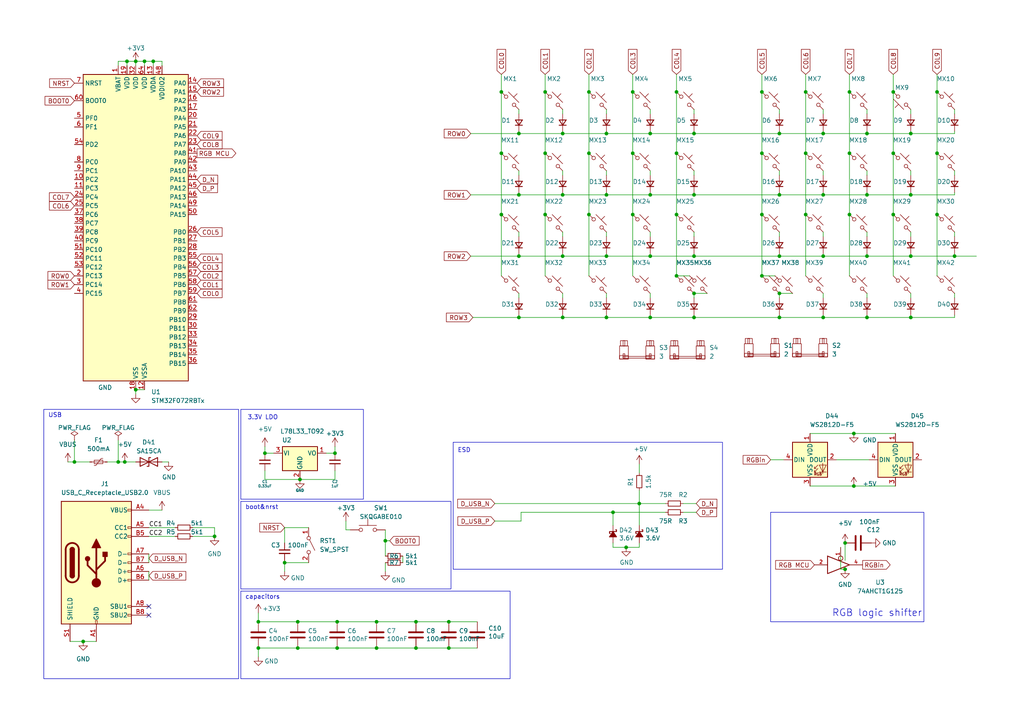
<source format=kicad_sch>
(kicad_sch (version 20231120) (generator "eeschema") (generator_version "8.0")
  (paper "A4")
  (junction (at 226.06 92.075))
  (junction (at 76.835 131.445))
  (junction (at 24.13 186.055))
  (junction (at 247.65 125.73))
  (junction (at 44.45 17.78))
  (junction (at 188.595 92.075))
  (junction (at 188.595 38.735))
  (junction (at 259.08 62.23))
  (junction (at 86.36 187.96))
  (junction (at 251.46 74.295))
  (junction (at 158.115 26.67))
  (junction (at 220.98 80.01))
  (junction (at 251.46 38.735))
  (junction (at 220.98 26.67))
  (junction (at 109.22 187.96))
  (junction (at 62.23 155.575))
  (junction (at 34.29 133.985))
  (junction (at 246.38 62.23))
  (junction (at 97.79 180.34))
  (junction (at 150.495 56.515))
  (junction (at 175.895 38.735))
  (junction (at 247.65 140.97))
  (junction (at 183.515 26.67))
  (junction (at 86.36 180.34))
  (junction (at 36.83 17.78))
  (junction (at 259.08 44.45))
  (junction (at 158.115 44.45))
  (junction (at 201.295 38.735))
  (junction (at 175.895 74.295))
  (junction (at 145.415 62.23))
  (junction (at 196.215 44.45))
  (junction (at 158.115 62.23))
  (junction (at 196.215 80.01))
  (junction (at 245.11 165.1))
  (junction (at 21.59 133.985))
  (junction (at 245.11 157.48))
  (junction (at 150.495 74.295))
  (junction (at 238.76 92.075))
  (junction (at 163.195 56.515))
  (junction (at 97.79 187.96))
  (junction (at 226.06 74.295))
  (junction (at 188.595 74.295))
  (junction (at 271.78 44.45))
  (junction (at 120.65 187.96))
  (junction (at 145.415 44.45))
  (junction (at 82.55 163.195))
  (junction (at 111.76 156.845))
  (junction (at 145.415 26.67))
  (junction (at 130.175 187.96))
  (junction (at 226.06 56.515))
  (junction (at 246.38 26.67))
  (junction (at 170.815 26.67))
  (junction (at 271.78 26.67))
  (junction (at 74.93 180.34))
  (junction (at 276.86 74.295))
  (junction (at 183.515 62.23))
  (junction (at 175.895 92.075))
  (junction (at 183.515 44.45))
  (junction (at 163.195 92.075))
  (junction (at 163.195 74.295))
  (junction (at 233.68 62.23))
  (junction (at 185.42 146.05))
  (junction (at 233.68 44.45))
  (junction (at 226.06 85.09))
  (junction (at 259.08 26.67))
  (junction (at 41.91 17.78))
  (junction (at 251.46 56.515))
  (junction (at 177.8 148.59))
  (junction (at 109.22 180.34))
  (junction (at 264.16 92.075))
  (junction (at 39.37 113.03))
  (junction (at 39.37 17.78))
  (junction (at 120.65 180.34))
  (junction (at 170.815 44.45))
  (junction (at 238.76 38.735))
  (junction (at 130.175 180.34))
  (junction (at 175.895 56.515))
  (junction (at 74.93 187.96))
  (junction (at 201.295 56.515))
  (junction (at 170.815 62.23))
  (junction (at 188.595 56.515))
  (junction (at 163.195 38.735))
  (junction (at 36.195 133.985))
  (junction (at 97.155 131.445))
  (junction (at 86.995 139.065))
  (junction (at 233.68 26.67))
  (junction (at 181.61 158.75))
  (junction (at 238.76 74.295))
  (junction (at 251.46 92.075))
  (junction (at 196.215 62.23))
  (junction (at 238.76 56.515))
  (junction (at 201.295 85.09))
  (junction (at 226.06 38.735))
  (junction (at 150.495 92.075))
  (junction (at 264.16 38.735))
  (junction (at 271.78 62.23))
  (junction (at 220.98 44.45))
  (junction (at 220.98 62.23))
  (junction (at 196.215 26.67))
  (junction (at 201.295 74.295))
  (junction (at 246.38 44.45))
  (junction (at 201.295 92.075))
  (junction (at 264.16 56.515))
  (junction (at 264.16 74.295))
  (junction (at 150.495 38.735))
  (no_connect (at 43.18 175.895))
  (no_connect (at 43.18 178.435))
  (wire (pts (xy 259.08 62.23) (xy 259.08 80.01)))
  (wire (pts (xy 271.78 44.45) (xy 271.78 62.23)))
  (wire (pts (xy 158.115 44.45) (xy 158.115 62.23)))
  (wire (pts (xy 185.42 137.16) (xy 185.42 134.62)))
  (wire (pts (xy 188.595 91.44) (xy 188.595 92.075)))
  (wire (pts (xy 181.61 158.75) (xy 185.42 158.75)))
  (wire (pts (xy 276.86 55.88) (xy 276.86 56.515)))
  (wire (pts (xy 163.195 31.75) (xy 163.195 33.02)))
  (wire (pts (xy 109.22 187.96) (xy 120.65 187.96)))
  (wire (pts (xy 111.76 156.845) (xy 113.03 156.845)))
  (wire (pts (xy 238.76 49.53) (xy 238.76 50.8)))
  (wire (pts (xy 196.215 80.01) (xy 200.025 80.01)))
  (wire (pts (xy 251.46 38.735) (xy 264.16 38.735)))
  (wire (pts (xy 201.295 55.88) (xy 201.295 56.515)))
  (wire (pts (xy 226.06 85.09) (xy 226.06 86.36)))
  (wire (pts (xy 41.91 17.78) (xy 39.37 17.78)))
  (wire (pts (xy 175.895 91.44) (xy 175.895 92.075)))
  (wire (pts (xy 86.36 180.34) (xy 74.93 180.34)))
  (wire (pts (xy 185.42 146.05) (xy 185.42 152.4)))
  (wire (pts (xy 264.16 38.1) (xy 264.16 38.735)))
  (wire (pts (xy 163.195 49.53) (xy 163.195 50.8)))
  (wire (pts (xy 136.525 38.735) (xy 150.495 38.735)))
  (wire (pts (xy 188.595 38.1) (xy 188.595 38.735)))
  (wire (pts (xy 136.525 56.515) (xy 150.495 56.515)))
  (wire (pts (xy 82.55 163.195) (xy 89.535 163.195)))
  (wire (pts (xy 109.22 180.34) (xy 120.65 180.34)))
  (wire (pts (xy 238.76 73.66) (xy 238.76 74.295)))
  (wire (pts (xy 238.76 55.88) (xy 238.76 56.515)))
  (wire (pts (xy 170.815 21.59) (xy 170.815 26.67)))
  (wire (pts (xy 242.57 133.35) (xy 252.095 133.35)))
  (wire (pts (xy 34.29 133.985) (xy 36.195 133.985)))
  (wire (pts (xy 74.93 190.5) (xy 74.93 187.96)))
  (wire (pts (xy 264.16 91.44) (xy 264.16 92.075)))
  (wire (pts (xy 264.16 38.735) (xy 276.86 38.735)))
  (wire (pts (xy 86.36 180.34) (xy 97.79 180.34)))
  (wire (pts (xy 158.115 21.59) (xy 158.115 26.67)))
  (wire (pts (xy 20.32 186.055) (xy 24.13 186.055)))
  (wire (pts (xy 145.415 44.45) (xy 145.415 62.23)))
  (wire (pts (xy 177.8 157.48) (xy 177.8 158.75)))
  (wire (pts (xy 82.55 153.035) (xy 82.55 157.48)))
  (wire (pts (xy 246.38 62.23) (xy 246.38 80.01)))
  (wire (pts (xy 101.6 153.67) (xy 100.33 153.67)))
  (wire (pts (xy 276.86 91.44) (xy 276.86 92.075)))
  (wire (pts (xy 150.495 38.735) (xy 163.195 38.735)))
  (wire (pts (xy 251.46 67.31) (xy 251.46 68.58)))
  (wire (pts (xy 226.06 91.44) (xy 226.06 92.075)))
  (wire (pts (xy 150.495 85.09) (xy 150.495 86.36)))
  (wire (pts (xy 175.895 38.1) (xy 175.895 38.735)))
  (wire (pts (xy 188.595 92.075) (xy 201.295 92.075)))
  (wire (pts (xy 145.415 26.67) (xy 145.415 44.45)))
  (wire (pts (xy 143.51 146.05) (xy 185.42 146.05)))
  (wire (pts (xy 41.91 17.78) (xy 41.91 19.05)))
  (wire (pts (xy 170.815 44.45) (xy 170.815 62.23)))
  (wire (pts (xy 76.835 129.54) (xy 76.835 131.445)))
  (wire (pts (xy 185.42 158.75) (xy 185.42 157.48)))
  (wire (pts (xy 21.59 133.985) (xy 26.035 133.985)))
  (wire (pts (xy 111.76 156.845) (xy 111.76 161.29)))
  (wire (pts (xy 175.895 49.53) (xy 175.895 50.8)))
  (wire (pts (xy 264.16 85.09) (xy 264.16 86.36)))
  (wire (pts (xy 226.06 74.295) (xy 238.76 74.295)))
  (wire (pts (xy 245.11 157.48) (xy 245.11 162.56)))
  (wire (pts (xy 188.595 38.735) (xy 201.295 38.735)))
  (wire (pts (xy 226.06 49.53) (xy 226.06 50.8)))
  (wire (pts (xy 188.595 85.09) (xy 188.595 86.36)))
  (wire (pts (xy 238.76 85.09) (xy 238.76 86.36)))
  (wire (pts (xy 150.495 49.53) (xy 150.495 50.8)))
  (wire (pts (xy 76.835 136.525) (xy 76.835 139.065)))
  (wire (pts (xy 39.37 113.03) (xy 41.91 113.03)))
  (wire (pts (xy 175.895 38.735) (xy 188.595 38.735)))
  (wire (pts (xy 188.595 67.31) (xy 188.595 68.58)))
  (wire (pts (xy 151.13 148.59) (xy 177.8 148.59)))
  (wire (pts (xy 201.295 56.515) (xy 226.06 56.515)))
  (wire (pts (xy 220.98 62.23) (xy 220.98 80.01)))
  (wire (pts (xy 175.895 85.09) (xy 175.895 86.36)))
  (wire (pts (xy 150.495 31.75) (xy 150.495 33.02)))
  (wire (pts (xy 276.86 49.53) (xy 276.86 50.8)))
  (wire (pts (xy 120.65 180.34) (xy 130.175 180.34)))
  (wire (pts (xy 163.195 67.31) (xy 163.195 68.58)))
  (wire (pts (xy 170.815 62.23) (xy 170.815 80.01)))
  (wire (pts (xy 163.195 85.09) (xy 163.195 86.36)))
  (wire (pts (xy 238.76 92.075) (xy 251.46 92.075)))
  (wire (pts (xy 246.38 21.59) (xy 246.38 26.67)))
  (wire (pts (xy 234.95 140.97) (xy 247.65 140.97)))
  (wire (pts (xy 43.18 160.655) (xy 43.18 163.195)))
  (wire (pts (xy 74.93 177.8) (xy 74.93 180.34)))
  (wire (pts (xy 201.295 74.295) (xy 226.06 74.295)))
  (wire (pts (xy 163.195 38.1) (xy 163.195 38.735)))
  (wire (pts (xy 271.78 21.59) (xy 271.78 26.67)))
  (wire (pts (xy 130.175 180.34) (xy 138.43 180.34)))
  (wire (pts (xy 183.515 21.59) (xy 183.515 26.67)))
  (wire (pts (xy 251.46 38.1) (xy 251.46 38.735)))
  (wire (pts (xy 247.65 125.73) (xy 259.715 125.73)))
  (wire (pts (xy 150.495 38.1) (xy 150.495 38.735)))
  (wire (pts (xy 226.06 56.515) (xy 238.76 56.515)))
  (wire (pts (xy 251.46 56.515) (xy 264.16 56.515)))
  (wire (pts (xy 251.46 31.75) (xy 251.46 33.02)))
  (wire (pts (xy 188.595 73.66) (xy 188.595 74.295)))
  (wire (pts (xy 31.115 133.985) (xy 34.29 133.985)))
  (wire (pts (xy 238.76 67.31) (xy 238.76 68.58)))
  (wire (pts (xy 238.76 74.295) (xy 251.46 74.295)))
  (wire (pts (xy 201.295 67.31) (xy 201.295 68.58)))
  (wire (pts (xy 251.46 85.09) (xy 251.46 86.36)))
  (wire (pts (xy 44.45 17.78) (xy 44.45 19.05)))
  (wire (pts (xy 82.55 153.035) (xy 89.535 153.035)))
  (wire (pts (xy 36.195 133.985) (xy 39.37 133.985)))
  (wire (pts (xy 137.16 92.075) (xy 150.495 92.075)))
  (wire (pts (xy 36.83 17.78) (xy 39.37 17.78)))
  (wire (pts (xy 158.115 26.67) (xy 158.115 44.45)))
  (wire (pts (xy 34.29 17.78) (xy 34.29 19.05)))
  (wire (pts (xy 163.195 91.44) (xy 163.195 92.075)))
  (wire (pts (xy 150.495 56.515) (xy 163.195 56.515)))
  (wire (pts (xy 183.515 44.45) (xy 183.515 62.23)))
  (wire (pts (xy 43.18 155.575) (xy 50.8 155.575)))
  (wire (pts (xy 177.8 158.75) (xy 181.61 158.75)))
  (wire (pts (xy 233.68 62.23) (xy 233.68 80.01)))
  (wire (pts (xy 264.16 74.295) (xy 276.86 74.295)))
  (wire (pts (xy 185.42 146.05) (xy 193.04 146.05)))
  (wire (pts (xy 246.38 26.67) (xy 246.38 44.45)))
  (wire (pts (xy 34.29 127.635) (xy 34.29 133.985)))
  (wire (pts (xy 259.08 44.45) (xy 259.08 62.23)))
  (wire (pts (xy 150.495 73.66) (xy 150.495 74.295)))
  (wire (pts (xy 238.76 91.44) (xy 238.76 92.075)))
  (wire (pts (xy 163.195 55.88) (xy 163.195 56.515)))
  (wire (pts (xy 251.46 73.66) (xy 251.46 74.295)))
  (wire (pts (xy 226.06 31.75) (xy 226.06 33.02)))
  (wire (pts (xy 201.295 38.735) (xy 226.06 38.735)))
  (wire (pts (xy 276.86 85.09) (xy 276.86 86.36)))
  (wire (pts (xy 264.16 92.075) (xy 276.86 92.075)))
  (wire (pts (xy 259.08 21.59) (xy 259.08 26.67)))
  (wire (pts (xy 264.16 56.515) (xy 276.86 56.515)))
  (wire (pts (xy 177.8 148.59) (xy 193.04 148.59)))
  (wire (pts (xy 150.495 92.075) (xy 163.195 92.075)))
  (wire (pts (xy 116.84 161.29) (xy 116.84 163.195)))
  (wire (pts (xy 82.55 163.195) (xy 82.55 162.56)))
  (wire (pts (xy 183.515 62.23) (xy 183.515 80.01)))
  (wire (pts (xy 97.155 129.54) (xy 97.155 131.445)))
  (wire (pts (xy 185.42 142.24) (xy 185.42 146.05)))
  (wire (pts (xy 226.06 38.1) (xy 226.06 38.735)))
  (wire (pts (xy 111.76 163.195) (xy 111.76 165.735)))
  (wire (pts (xy 220.98 80.01) (xy 224.79 80.01)))
  (wire (pts (xy 196.215 44.45) (xy 196.215 62.23)))
  (wire (pts (xy 34.29 17.78) (xy 36.83 17.78)))
  (wire (pts (xy 247.65 140.97) (xy 259.715 140.97)))
  (wire (pts (xy 41.91 17.78) (xy 44.45 17.78)))
  (wire (pts (xy 233.68 26.67) (xy 233.68 44.45)))
  (wire (pts (xy 150.495 91.44) (xy 150.495 92.075)))
  (wire (pts (xy 158.115 62.23) (xy 158.115 80.01)))
  (wire (pts (xy 21.59 127.635) (xy 21.59 133.985)))
  (wire (pts (xy 226.06 73.66) (xy 226.06 74.295)))
  (wire (pts (xy 44.45 17.78) (xy 46.99 17.78)))
  (wire (pts (xy 43.18 165.735) (xy 43.18 168.275)))
  (wire (pts (xy 120.65 187.96) (xy 130.175 187.96)))
  (wire (pts (xy 243.84 165.1) (xy 243.84 158.75)))
  (wire (pts (xy 175.895 92.075) (xy 188.595 92.075)))
  (wire (pts (xy 55.88 153.035) (xy 62.23 153.035)))
  (wire (pts (xy 220.98 21.59) (xy 220.98 26.67)))
  (wire (pts (xy 62.23 153.035) (xy 62.23 155.575)))
  (wire (pts (xy 170.815 26.67) (xy 170.815 44.45)))
  (wire (pts (xy 264.16 49.53) (xy 264.16 50.8)))
  (wire (pts (xy 196.215 21.59) (xy 196.215 26.67)))
  (wire (pts (xy 97.79 187.96) (xy 109.22 187.96)))
  (wire (pts (xy 264.16 55.88) (xy 264.16 56.515)))
  (wire (pts (xy 97.79 180.34) (xy 109.22 180.34)))
  (wire (pts (xy 175.895 74.295) (xy 188.595 74.295)))
  (wire (pts (xy 201.295 85.09) (xy 205.105 85.09)))
  (wire (pts (xy 177.8 148.59) (xy 177.8 152.4)))
  (wire (pts (xy 238.76 56.515) (xy 251.46 56.515)))
  (wire (pts (xy 151.13 151.13) (xy 151.13 148.59)))
  (wire (pts (xy 150.495 67.31) (xy 150.495 68.58)))
  (wire (pts (xy 196.215 26.67) (xy 196.215 44.45)))
  (wire (pts (xy 175.895 67.31) (xy 175.895 68.58)))
  (wire (pts (xy 246.38 44.45) (xy 246.38 62.23)))
  (wire (pts (xy 86.995 139.065) (xy 97.155 139.065)))
  (wire (pts (xy 271.78 62.23) (xy 271.78 80.01)))
  (wire (pts (xy 163.195 74.295) (xy 175.895 74.295)))
  (wire (pts (xy 46.99 133.985) (xy 48.895 133.985)))
  (wire (pts (xy 238.76 38.1) (xy 238.76 38.735)))
  (wire (pts (xy 276.86 31.75) (xy 276.86 33.02)))
  (wire (pts (xy 163.195 38.735) (xy 175.895 38.735)))
  (wire (pts (xy 100.33 153.67) (xy 100.33 151.13)))
  (wire (pts (xy 163.195 56.515) (xy 175.895 56.515)))
  (wire (pts (xy 220.98 44.45) (xy 220.98 62.23)))
  (wire (pts (xy 201.295 91.44) (xy 201.295 92.075)))
  (wire (pts (xy 143.51 151.13) (xy 151.13 151.13)))
  (wire (pts (xy 82.55 165.735) (xy 82.55 163.195)))
  (wire (pts (xy 163.195 92.075) (xy 175.895 92.075)))
  (wire (pts (xy 251.46 92.075) (xy 264.16 92.075)))
  (wire (pts (xy 226.06 92.075) (xy 238.76 92.075)))
  (wire (pts (xy 39.37 17.78) (xy 39.37 19.05)))
  (wire (pts (xy 175.895 56.515) (xy 188.595 56.515)))
  (wire (pts (xy 43.18 147.955) (xy 46.99 147.955)))
  (wire (pts (xy 55.88 155.575) (xy 62.23 155.575)))
  (wire (pts (xy 226.06 55.88) (xy 226.06 56.515)))
  (wire (pts (xy 276.86 38.1) (xy 276.86 38.735)))
  (wire (pts (xy 43.18 153.035) (xy 50.8 153.035)))
  (wire (pts (xy 233.68 21.59) (xy 233.68 26.67)))
  (wire (pts (xy 201.295 31.75) (xy 201.295 33.02)))
  (wire (pts (xy 46.99 17.78) (xy 46.99 19.05)))
  (wire (pts (xy 259.08 26.67) (xy 259.08 44.45)))
  (wire (pts (xy 175.895 31.75) (xy 175.895 33.02)))
  (wire (pts (xy 188.595 49.53) (xy 188.595 50.8)))
  (wire (pts (xy 226.06 38.735) (xy 238.76 38.735)))
  (wire (pts (xy 86.36 187.96) (xy 97.79 187.96)))
  (wire (pts (xy 196.215 62.23) (xy 196.215 80.01)))
  (wire (pts (xy 183.515 26.67) (xy 183.515 44.45)))
  (wire (pts (xy 276.86 74.295) (xy 283.21 74.295)))
  (wire (pts (xy 150.495 55.88) (xy 150.495 56.515)))
  (wire (pts (xy 150.495 74.295) (xy 163.195 74.295)))
  (wire (pts (xy 238.76 31.75) (xy 238.76 33.02)))
  (wire (pts (xy 201.295 73.66) (xy 201.295 74.295)))
  (wire (pts (xy 251.46 91.44) (xy 251.46 92.075)))
  (wire (pts (xy 188.595 31.75) (xy 188.595 33.02)))
  (wire (pts (xy 245.11 165.1) (xy 243.84 165.1)))
  (wire (pts (xy 175.895 55.88) (xy 175.895 56.515)))
  (wire (pts (xy 201.295 49.53) (xy 201.295 50.8)))
  (wire (pts (xy 198.12 148.59) (xy 201.93 148.59)))
  (wire (pts (xy 226.06 67.31) (xy 226.06 68.58)))
  (wire (pts (xy 198.12 146.05) (xy 201.93 146.05)))
  (wire (pts (xy 251.46 74.295) (xy 264.16 74.295)))
  (wire (pts (xy 76.835 131.445) (xy 79.375 131.445)))
  (wire (pts (xy 39.37 114.3) (xy 39.37 113.03)))
  (wire (pts (xy 94.615 131.445) (xy 97.155 131.445)))
  (wire (pts (xy 264.16 31.75) (xy 264.16 33.02)))
  (wire (pts (xy 97.155 136.525) (xy 97.155 139.065)))
  (wire (pts (xy 201.295 38.1) (xy 201.295 38.735)))
  (wire (pts (xy 175.895 73.66) (xy 175.895 74.295)))
  (wire (pts (xy 24.13 186.055) (xy 27.94 186.055)))
  (wire (pts (xy 86.36 187.96) (xy 74.93 187.96)))
  (wire (pts (xy 188.595 74.295) (xy 201.295 74.295)))
  (wire (pts (xy 111.76 153.67) (xy 111.76 156.845)))
  (wire (pts (xy 201.295 92.075) (xy 226.06 92.075)))
  (wire (pts (xy 251.46 55.88) (xy 251.46 56.515)))
  (wire (pts (xy 201.295 85.09) (xy 201.295 86.36)))
  (wire (pts (xy 226.06 85.09) (xy 229.87 85.09)))
  (wire (pts (xy 234.95 125.73) (xy 247.65 125.73)))
  (wire (pts (xy 264.16 67.31) (xy 264.16 68.58)))
  (wire (pts (xy 136.525 74.295) (xy 150.495 74.295)))
  (wire (pts (xy 276.86 67.31) (xy 276.86 68.58)))
  (wire (pts (xy 163.195 73.66) (xy 163.195 74.295)))
  (wire (pts (xy 276.86 73.66) (xy 276.86 74.295)))
  (wire (pts (xy 271.78 26.67) (xy 271.78 44.45)))
  (wire (pts (xy 238.76 38.735) (xy 251.46 38.735)))
  (wire (pts (xy 223.52 133.35) (xy 227.33 133.35)))
  (wire (pts (xy 220.98 26.67) (xy 220.98 44.45)))
  (wire (pts (xy 36.83 17.78) (xy 36.83 19.05)))
  (wire (pts (xy 145.415 62.23) (xy 145.415 80.01)))
  (wire (pts (xy 188.595 55.88) (xy 188.595 56.515)))
  (wire (pts (xy 130.175 187.96) (xy 138.43 187.96)))
  (wire (pts (xy 264.16 73.66) (xy 264.16 74.295)))
  (wire (pts (xy 145.415 21.59) (xy 145.415 26.67)))
  (wire (pts (xy 76.835 139.065) (xy 86.995 139.065)))
  (wire (pts (xy 188.595 56.515) (xy 201.295 56.515)))
  (wire (pts (xy 233.68 44.45) (xy 233.68 62.23)))
  (wire (pts (xy 251.46 49.53) (xy 251.46 50.8)))
  (wire (pts (xy 19.685 133.985) (xy 21.59 133.985)))
  (rectangle (start 12.7 118.745) (end 69.215 196.85))
  (rectangle (start 69.85 145.415) (end 130.81 170.815))
  (rectangle (start 69.85 118.745) (end 105.41 144.78))
  (rectangle (start 69.85 171.45) (end 147.955 196.85))
  (rectangle (start 131.445 128.27) (end 209.55 165.1))
  (rectangle (start 223.52 148.59) (end 267.97 180.34))
  (text "RGB logic shifter" (at 241.3 179.07 0) (effects (font (size 2 2)) (justify left bottom)))
  (text "capacitors" (at 71.12 173.99 0) (effects (font (size 1.27 1.27)) (justify left bottom)))
  (text "boot&nrst" (at 71.12 147.955 0) (effects (font (size 1.27 1.27)) (justify left bottom)))
  (text "3.3V LDO" (at 71.755 121.92 0) (effects (font (size 1.27 1.27)) (justify left bottom)))
  (text "USB" (at 13.97 121.285 0) (effects (font (size 1.27 1.27)) (justify left bottom)))
  (text "ESD" (at 132.715 131.445 0) (effects (font (size 1.27 1.27)) (justify left bottom)))
  (label "CC1" (at 43.18 153.035 0))
  (label "CC2" (at 43.18 155.575 0))
  (global_label "RGBin" (shape input) (at 223.52 133.35 180) (property "Intersheetrefs" "${INTERSHEET_REFS}" (effects (hide yes))))
  (global_label "COL0" (shape input) (at 57.15 85.09 0) (property "Intersheetrefs" "${INTERSHEET_REFS}" (effects (hide yes))))
  (global_label "ROW0" (shape input) (at 21.59 80.01 180) (property "Intersheetrefs" "${INTERSHEET_REFS}" (effects (hide yes))))
  (global_label "ROW0" (shape input) (at 136.525 38.735 180) (property "Intersheetrefs" "${INTERSHEET_REFS}" (effects (hide yes))))
  (global_label "COL6" (shape input) (at 21.59 59.69 180) (property "Intersheetrefs" "${INTERSHEET_REFS}" (effects (hide yes))))
  (global_label "COL1" (shape input) (at 158.115 21.59 90) (property "Intersheetrefs" "${INTERSHEET_REFS}" (effects (hide yes))))
  (global_label "D_USB_P" (shape input) (at 143.51 151.13 180) (property "Intersheetrefs" "${INTERSHEET_REFS}" (effects (hide yes))))
  (global_label "COL7" (shape input) (at 21.59 57.15 180) (property "Intersheetrefs" "${INTERSHEET_REFS}" (effects (hide yes))))
  (global_label "COL1" (shape input) (at 57.15 82.55 0) (property "Intersheetrefs" "${INTERSHEET_REFS}" (effects (hide yes))))
  (global_label "RGBin" (shape output) (at 250.19 163.83 0) (property "Intersheetrefs" "${INTERSHEET_REFS}" (effects (hide yes))))
  (global_label "NRST" (shape input) (at 82.55 153.035 180) (property "Intersheetrefs" "${INTERSHEET_REFS}" (effects (hide yes))))
  (global_label "COL9" (shape input) (at 57.15 39.37 0) (property "Intersheetrefs" "${INTERSHEET_REFS}" (effects (hide yes))))
  (global_label "COL8" (shape input) (at 259.08 21.59 90) (property "Intersheetrefs" "${INTERSHEET_REFS}" (effects (hide yes))))
  (global_label "D_P" (shape input) (at 201.93 148.59 0) (property "Intersheetrefs" "${INTERSHEET_REFS}" (effects (hide yes))))
  (global_label "COL3" (shape input) (at 57.15 77.47 0) (property "Intersheetrefs" "${INTERSHEET_REFS}" (effects (hide yes))))
  (global_label "COL0" (shape input) (at 145.415 21.59 90) (property "Intersheetrefs" "${INTERSHEET_REFS}" (effects (hide yes))))
  (global_label "NRST" (shape input) (at 21.59 24.13 180) (property "Intersheetrefs" "${INTERSHEET_REFS}" (effects (hide yes))))
  (global_label "COL9" (shape input) (at 271.78 21.59 90) (property "Intersheetrefs" "${INTERSHEET_REFS}" (effects (hide yes))))
  (global_label "COL8" (shape input) (at 57.15 41.91 0) (property "Intersheetrefs" "${INTERSHEET_REFS}" (effects (hide yes))))
  (global_label "ROW2" (shape input) (at 136.525 74.295 180) (property "Intersheetrefs" "${INTERSHEET_REFS}" (effects (hide yes))))
  (global_label "D_USB_P" (shape input) (at 43.18 167.005 0) (property "Intersheetrefs" "${INTERSHEET_REFS}" (effects (hide yes))))
  (global_label "ROW1" (shape input) (at 21.59 82.55 180) (property "Intersheetrefs" "${INTERSHEET_REFS}" (effects (hide yes))))
  (global_label "COL2" (shape input) (at 57.15 80.01 0) (property "Intersheetrefs" "${INTERSHEET_REFS}" (effects (hide yes))))
  (global_label "ROW1" (shape input) (at 136.525 56.515 180) (property "Intersheetrefs" "${INTERSHEET_REFS}" (effects (hide yes))))
  (global_label "RGB MCU" (shape output) (at 57.15 44.45 0) (property "Intersheetrefs" "${INTERSHEET_REFS}" (effects (hide yes))))
  (global_label "COL4" (shape input) (at 57.15 74.93 0) (property "Intersheetrefs" "${INTERSHEET_REFS}" (effects (hide yes))))
  (global_label "D_P" (shape input) (at 57.15 54.61 0) (property "Intersheetrefs" "${INTERSHEET_REFS}" (effects (hide yes))))
  (global_label "COL4" (shape input) (at 196.215 21.59 90) (property "Intersheetrefs" "${INTERSHEET_REFS}" (effects (hide yes))))
  (global_label "COL2" (shape input) (at 170.815 21.59 90) (property "Intersheetrefs" "${INTERSHEET_REFS}" (effects (hide yes))))
  (global_label "ROW2" (shape input) (at 57.15 26.67 0) (property "Intersheetrefs" "${INTERSHEET_REFS}" (effects (hide yes))))
  (global_label "ROW3" (shape input) (at 137.16 92.075 180) (property "Intersheetrefs" "${INTERSHEET_REFS}" (effects (hide yes))))
  (global_label "D_USB_N" (shape input) (at 143.51 146.05 180) (property "Intersheetrefs" "${INTERSHEET_REFS}" (effects (hide yes))))
  (global_label "COL5" (shape input) (at 57.15 67.31 0) (property "Intersheetrefs" "${INTERSHEET_REFS}" (effects (hide yes))))
  (global_label "COL3" (shape input) (at 183.515 21.59 90) (property "Intersheetrefs" "${INTERSHEET_REFS}" (effects (hide yes))))
  (global_label "COL7" (shape input) (at 246.38 21.59 90) (property "Intersheetrefs" "${INTERSHEET_REFS}" (effects (hide yes))))
  (global_label "BOOT0" (shape input) (at 113.03 156.845 0) (property "Intersheetrefs" "${INTERSHEET_REFS}" (effects (hide yes))))
  (global_label "ROW3" (shape input) (at 57.15 24.13 0) (property "Intersheetrefs" "${INTERSHEET_REFS}" (effects (hide yes))))
  (global_label "COL6" (shape input) (at 233.68 21.59 90) (property "Intersheetrefs" "${INTERSHEET_REFS}" (effects (hide yes))))
  (global_label "D_N" (shape input) (at 57.15 52.07 0) (property "Intersheetrefs" "${INTERSHEET_REFS}" (effects (hide yes))))
  (global_label "COL5" (shape input) (at 220.98 21.59 90) (property "Intersheetrefs" "${INTERSHEET_REFS}" (effects (hide yes))))
  (global_label "D_N" (shape input) (at 201.93 146.05 0) (property "Intersheetrefs" "${INTERSHEET_REFS}" (effects (hide yes))))
  (global_label "RGB MCU" (shape input) (at 236.22 163.83 180) (property "Intersheetrefs" "${INTERSHEET_REFS}" (effects (hide yes))))
  (global_label "D_USB_N" (shape input) (at 43.18 161.925 0) (property "Intersheetrefs" "${INTERSHEET_REFS}" (effects (hide yes))))
  (global_label "BOOT0" (shape input) (at 21.59 29.21 180) (property "Intersheetrefs" "${INTERSHEET_REFS}" (effects (hide yes))))
  (symbol (lib_id "Device:D_Small") (at 163.195 71.12 90) (unit 1)
    (property "Reference" "D22" (at 158.115 70.485 90) (effects (justify right)))
    (property "Value" "D_Small" (effects (hide yes)))
    (property "Footprint" "kbd:D3_TH_SMD_v2" (effects (hide yes)))
    (property "Sim.Device" "D" (effects (hide yes)))
    (property "Sim.Pins" "1=K 2=A" (effects (hide yes)))
  )
  (symbol (lib_id "MCU_ST_STM32F0:STM32F072RBTx") (at 39.37 67.31 0) (unit 1)
    (property "Reference" "U1" (at 43.8659 113.665 0) (effects (justify left)))
    (property "Value" "STM32F072RBTx" (at 43.8659 116.205 0) (effects (justify left)))
    (property "Footprint" "Package_QFP:LQFP-64_10x10mm_P0.5mm" (effects (hide yes)))
    (property "Datasheet" "https://www.st.com/resource/en/datasheet/stm32f072rb.pdf" (effects (hide yes)))
  )
  (symbol (lib_id "PCM_marbastlib-mx:MX_SW_solder") (at 186.055 64.77 0) (unit 1)
    (property "Reference" "MX24" (at 186.055 58.42 0))
    (property "Value" "MX_SW_solder" (effects (hide yes)))
    (property "Footprint" "PCM_marbastlib-mx:SW_MX_1u" (effects (hide yes)))
  )
  (symbol (lib_id "Device:D_Small") (at 150.495 71.12 90) (unit 1)
    (property "Reference" "D21" (at 145.415 70.485 90) (effects (justify right)))
    (property "Value" "D_Small" (effects (hide yes)))
    (property "Footprint" "kbd:D3_TH_SMD_v2" (effects (hide yes)))
    (property "Sim.Device" "D" (effects (hide yes)))
    (property "Sim.Pins" "1=K 2=A" (effects (hide yes)))
  )
  (symbol (lib_id "Device:D_Small") (at 264.16 53.34 90) (unit 1)
    (property "Reference" "D19" (at 259.08 52.705 90) (effects (justify right)))
    (property "Value" "D_Small" (effects (hide yes)))
    (property "Footprint" "kbd:D3_TH_SMD_v2" (effects (hide yes)))
    (property "Sim.Device" "D" (effects (hide yes)))
    (property "Sim.Pins" "1=K 2=A" (effects (hide yes)))
  )
  (symbol (lib_id "Device:D_Small") (at 238.76 88.9 90) (unit 1)
    (property "Reference" "D37" (at 233.68 88.265 90) (effects (justify right)))
    (property "Value" "D_Small" (effects (hide yes)))
    (property "Footprint" "kbd:D3_TH_SMD_v2" (effects (hide yes)))
    (property "Sim.Device" "D" (effects (hide yes)))
    (property "Sim.Pins" "1=K 2=A" (effects (hide yes)))
  )
  (symbol (lib_id "Device:C") (at 86.36 184.15 0) (unit 1)
    (property "Reference" "C5" (at 89.281 182.9816 0) (effects (justify left)))
    (property "Value" "100nF" (at 89.281 185.293 0) (effects (justify left)))
    (property "Footprint" "Capacitor_THT:C_Disc_D4.3mm_W1.9mm_P5.00mm" (effects (hide yes)))
  )
  (symbol (lib_id "PCM_marbastlib-mx:MX_SW_solder") (at 274.32 46.99 0) (unit 1)
    (property "Reference" "MX20" (at 274.32 40.64 0))
    (property "Value" "MX_SW_solder" (effects (hide yes)))
    (property "Footprint" "PCM_marbastlib-mx:SW_MX_1u" (effects (hide yes)))
  )
  (symbol (lib_id "power:GND") (at 48.895 133.985 0) (unit 1)
    (property "Reference" "#PWR07" (effects (hide yes)))
    (property "Value" "GND" (at 49.022 138.3792 0))
  )
  (symbol (lib_id "PCM_marbastlib-mx:MX_SW_solder") (at 274.32 82.55 0) (unit 1)
    (property "Reference" "MX42" (at 274.32 76.2 0))
    (property "Value" "MX_SW_solder" (effects (hide yes)))
    (property "Footprint" "PCM_marbastlib-mx:SW_MX_1u" (effects (hide yes)))
  )
  (symbol (lib_id "Device:D_Small") (at 188.595 71.12 90) (unit 1)
    (property "Reference" "D24" (at 183.515 70.485 90) (effects (justify right)))
    (property "Value" "D_Small" (effects (hide yes)))
    (property "Footprint" "kbd:D3_TH_SMD_v2" (effects (hide yes)))
    (property "Sim.Device" "D" (effects (hide yes)))
    (property "Sim.Pins" "1=K 2=A" (effects (hide yes)))
  )
  (symbol (lib_id "power:GND") (at 111.76 165.735 0) (unit 1)
    (property "Reference" "#PWR015" (effects (hide yes)))
    (property "Value" "GND" (at 115.57 168.275 0))
  )
  (symbol (lib_id "PCM_marbastlib-mx:MX_SW_solder") (at 248.92 82.55 0) (unit 1)
    (property "Reference" "MX40" (at 248.92 76.2 0))
    (property "Value" "MX_SW_solder" (effects (hide yes)))
    (property "Footprint" "PCM_marbastlib-mx:SW_MX_1u" (effects (hide yes)))
  )
  (symbol (lib_id "Device:D_Small") (at 251.46 35.56 90) (unit 1)
    (property "Reference" "D8" (at 246.38 34.925 90) (effects (justify right)))
    (property "Value" "D_Small" (effects (hide yes)))
    (property "Footprint" "kbd:D3_TH_SMD_v2" (effects (hide yes)))
    (property "Sim.Device" "D" (effects (hide yes)))
    (property "Sim.Pins" "1=K 2=A" (effects (hide yes)))
  )
  (symbol (lib_id "PCM_marbastlib-mx:MX_SW_solder") (at 173.355 46.99 0) (unit 1)
    (property "Reference" "MX13" (at 173.355 40.64 0))
    (property "Value" "MX_SW_solder" (effects (hide yes)))
    (property "Footprint" "PCM_marbastlib-mx:SW_MX_1u" (effects (hide yes)))
  )
  (symbol (lib_id "PCM_marbastlib-mx:MX_SW_solder") (at 147.955 46.99 0) (unit 1)
    (property "Reference" "MX11" (at 147.955 40.64 0))
    (property "Value" "MX_SW_solder" (effects (hide yes)))
    (property "Footprint" "PCM_marbastlib-mx:SW_MX_1u" (effects (hide yes)))
  )
  (symbol (lib_id "PCM_marbastlib-mx:MX_SW_solder") (at 186.055 46.99 0) (unit 1)
    (property "Reference" "MX14" (at 186.055 40.64 0))
    (property "Value" "MX_SW_solder" (effects (hide yes)))
    (property "Footprint" "PCM_marbastlib-mx:SW_MX_1u" (effects (hide yes)))
  )
  (symbol (lib_id "Device:C") (at 97.79 184.15 0) (unit 1)
    (property "Reference" "C6" (at 100.711 182.9816 0) (effects (justify left)))
    (property "Value" "100nF" (at 100.711 185.293 0) (effects (justify left)))
    (property "Footprint" "Capacitor_THT:C_Disc_D4.3mm_W1.9mm_P5.00mm" (effects (hide yes)))
  )
  (symbol (lib_id "PCM_marbastlib-mx:MX_SW_solder") (at 248.92 64.77 0) (unit 1)
    (property "Reference" "MX28" (at 248.92 58.42 0))
    (property "Value" "MX_SW_solder" (effects (hide yes)))
    (property "Footprint" "PCM_marbastlib-mx:SW_MX_1u" (effects (hide yes)))
  )
  (symbol (lib_id "PCM_marbastlib-mx:MX_SW_solder") (at 160.655 82.55 0) (unit 1)
    (property "Reference" "MX32" (at 160.655 76.2 0))
    (property "Value" "MX_SW_solder" (effects (hide yes)))
    (property "Footprint" "PCM_marbastlib-mx:SW_MX_1u" (effects (hide yes)))
  )
  (symbol (lib_id "Device:R_Small") (at 53.34 155.575 90) (unit 1)
    (property "Reference" "R5" (at 49.53 154.305 90))
    (property "Value" "5k1" (at 57.15 154.305 90))
    (property "Footprint" "Resistor_THT:R_Axial_DIN0204_L3.6mm_D1.6mm_P7.62mm_Horizontal" (effects (hide yes)))
  )
  (symbol (lib_id "PCM_marbastlib-mx:MX_SW_solder") (at 198.755 82.55 0) (unit 1)
    (property "Reference" "MX35" (at 198.755 76.2 0))
    (property "Value" "MX_SW_solder" (effects (hide yes)))
    (property "Footprint" "PCM_marbastlib-mx:SW_MX_1u" (effects (hide yes)))
  )
  (symbol (lib_id "Connector:USB_C_Receptacle_USB2.0") (at 27.94 163.195 0) (unit 1)
    (property "Reference" "J1" (at 30.4165 140.335 0))
    (property "Value" "USB_C_Receptacle_USB2.0" (at 30.4165 142.875 0))
    (property "Footprint" "Connector_USB:USB_C_Receptacle_GCT_USB4085" (effects (hide yes)))
    (property "Datasheet" "https://www.usb.org/sites/default/files/documents/usb_type-c.zip" (effects (hide yes)))
    (property "LCSC" "C165948" (effects (hide yes)))
  )
  (symbol (lib_id "power:+3V3") (at 97.155 129.54 0) (unit 1)
    (property "Reference" "#PWR04" (effects (hide yes)))
    (property "Value" "+3V3" (at 97.155 125.73 0))
  )
  (symbol (lib_id "PCM_marbastlib-mx:MX_SW_solder") (at 160.655 64.77 0) (unit 1)
    (property "Reference" "MX22" (at 160.655 58.42 0))
    (property "Value" "MX_SW_solder" (effects (hide yes)))
    (property "Footprint" "PCM_marbastlib-mx:SW_MX_1u" (effects (hide yes)))
  )
  (symbol (lib_id "PCM_marbastlib-mx:MX_stab") (at 199.39 101.6 0) (unit 1)
    (property "Reference" "S4" (at 205.74 100.838 0) (effects (justify left)))
    (property "Value" "2" (at 205.74 103.378 0) (effects (justify left)))
    (property "Footprint" "PCM_marbastlib-mx:STAB_MX_P_2u" (effects (hide yes)))
  )
  (symbol (lib_id "power:GND") (at 82.55 165.735 0) (mirror y) (unit 1)
    (property "Reference" "#PWR014" (effects (hide yes)))
    (property "Value" "GND" (at 86.36 167.64 0))
  )
  (symbol (lib_id "Device:D_Small") (at 150.495 53.34 90) (unit 1)
    (property "Reference" "D11" (at 145.415 52.705 90) (effects (justify right)))
    (property "Value" "D_Small" (effects (hide yes)))
    (property "Footprint" "kbd:D3_TH_SMD_v2" (effects (hide yes)))
    (property "Sim.Device" "D" (effects (hide yes)))
    (property "Sim.Pins" "1=K 2=A" (effects (hide yes)))
  )
  (symbol (lib_id "power:+5V") (at 185.42 134.62 0) (unit 1)
    (property "Reference" "#PWR08" (effects (hide yes)))
    (property "Value" "+5V" (at 185.801 130.2258 0))
  )
  (symbol (lib_id "Device:D_Small") (at 175.895 88.9 90) (unit 1)
    (property "Reference" "D33" (at 170.815 88.265 90) (effects (justify right)))
    (property "Value" "D_Small" (effects (hide yes)))
    (property "Footprint" "kbd:D3_TH_SMD_v2" (effects (hide yes)))
    (property "Sim.Device" "D" (effects (hide yes)))
    (property "Sim.Pins" "1=K 2=A" (effects (hide yes)))
  )
  (symbol (lib_id "LED:WS2812B") (at 234.95 133.35 0) (unit 1)
    (property "Reference" "D44" (at 241.3 120.65 0))
    (property "Value" "WS2812D-F5" (at 241.3 123.19 0))
    (property "Footprint" "kbd:NeoPixel_bulb_5mm_Adafruit_1938" (effects (hide yes)))
    (property "Datasheet" "https://cdn-shop.adafruit.com/datasheets/WS2812B.pdf" (effects (hide yes)))
  )
  (symbol (lib_id "power:+5V") (at 76.835 129.54 0) (unit 1)
    (property "Reference" "#PWR03" (effects (hide yes)))
    (property "Value" "+5V" (at 76.835 124.46 0))
  )
  (symbol (lib_id "PCM_marbastlib-mx:MX_SW_solder") (at 223.52 82.55 0) (unit 1)
    (property "Reference" "MX37" (at 223.52 76.2 0))
    (property "Value" "MX_SW_solder" (effects (hide yes)))
    (property "Footprint" "PCM_marbastlib-mx:SW_MX_1u" (effects (hide yes)))
  )
  (symbol (lib_id "Device:D_Small") (at 150.495 35.56 90) (unit 1)
    (property "Reference" "D1" (at 145.415 34.925 90) (effects (justify right)))
    (property "Value" "D_Small" (effects (hide yes)))
    (property "Footprint" "kbd:D3_TH_SMD_v2" (effects (hide yes)))
    (property "Sim.Device" "D" (effects (hide yes)))
    (property "Sim.Pins" "1=K 2=A" (effects (hide yes)))
  )
  (symbol (lib_id "Device:D_Small") (at 238.76 71.12 90) (unit 1)
    (property "Reference" "D27" (at 233.68 70.485 90) (effects (justify right)))
    (property "Value" "D_Small" (effects (hide yes)))
    (property "Footprint" "kbd:D3_TH_SMD_v2" (effects (hide yes)))
    (property "Sim.Device" "D" (effects (hide yes)))
    (property "Sim.Pins" "1=K 2=A" (effects (hide yes)))
  )
  (symbol (lib_id "PCM_marbastlib-mx:MX_stab") (at 184.785 101.6 0) (unit 1)
    (property "Reference" "S3" (at 191.135 100.838 0) (effects (justify left)))
    (property "Value" "3" (at 191.135 103.378 0) (effects (justify left)))
    (property "Footprint" "PCM_marbastlib-mx:STAB_MX_P_3u" (effects (hide yes)))
  )
  (symbol (lib_id "Device:D_TVS") (at 43.18 133.985 0) (unit 1)
    (property "Reference" "D41" (at 43.18 128.27 0))
    (property "Value" "SA15CA" (at 43.18 130.81 0))
    (property "Footprint" "Diode_THT:D_DO-15_P10.16mm_Horizontal" (effects (hide yes)))
  )
  (symbol (lib_id "Device:C_Small") (at 97.155 133.985 180) (unit 1)
    (property "Reference" "C2" (at 97.155 139.7 0) (effects (font (size 0.762 0.762))))
    (property "Value" "1uF" (at 97.155 140.97 0) (effects (font (size 0.762 0.762))))
    (property "Footprint" "Capacitor_THT:C_Disc_D4.3mm_W1.9mm_P5.00mm" (effects (hide yes)))
  )
  (symbol (lib_id "Device:D_Small") (at 251.46 71.12 90) (unit 1)
    (property "Reference" "D28" (at 246.38 70.485 90) (effects (justify right)))
    (property "Value" "D_Small" (effects (hide yes)))
    (property "Footprint" "kbd:D3_TH_SMD_v2" (effects (hide yes)))
    (property "Sim.Device" "D" (effects (hide yes)))
    (property "Sim.Pins" "1=K 2=A" (effects (hide yes)))
  )
  (symbol (lib_id "LED:WS2812B") (at 259.715 133.35 0) (unit 1)
    (property "Reference" "D45" (at 266.065 120.65 0))
    (property "Value" "WS2812D-F5" (at 266.065 123.19 0))
    (property "Footprint" "kbd:NeoPixel_bulb_5mm_Adafruit_1938" (effects (hide yes)))
    (property "Datasheet" "https://cdn-shop.adafruit.com/datasheets/WS2812B.pdf" (effects (hide yes)))
  )
  (symbol (lib_id "power:+5V") (at 36.195 133.985 0) (unit 1)
    (property "Reference" "#PWR06" (effects (hide yes)))
    (property "Value" "+5V" (at 36.195 128.905 0))
  )
  (symbol (lib_id "Device:R_Small") (at 53.34 153.035 90) (unit 1)
    (property "Reference" "R4" (at 49.53 151.765 90))
    (property "Value" "5k1" (at 57.15 151.765 90))
    (property "Footprint" "Resistor_THT:R_Axial_DIN0204_L3.6mm_D1.6mm_P7.62mm_Horizontal" (effects (hide yes)))
  )
  (symbol (lib_id "Device:Polyfuse_Small") (at 28.575 133.985 90) (unit 1)
    (property "Reference" "F1" (at 28.575 127.635 90))
    (property "Value" "500mA" (at 28.575 130.175 90))
    (property "Footprint" "Fuse:Fuse_Bourns_MF-RHT100" (effects (hide yes)))
  )
  (symbol (lib_id "lumberjack-rescue:D_Schottky_Small_ALT-Device") (at 177.8 154.94 270) (unit 1)
    (property "Reference" "D42" (at 179.5272 153.7716 90) (effects (justify left)))
    (property "Value" "3.6V" (at 179.5272 156.083 90) (effects (justify left)))
    (property "Footprint" "Diode_THT:D_DO-35_SOD27_P7.62mm_Horizontal" (effects (hide yes)))
  )
  (symbol (lib_id "power:VBUS") (at 19.685 133.985 0) (unit 1)
    (property "Reference" "#PWR05" (effects (hide yes)))
    (property "Value" "VBUS" (at 19.685 128.905 0))
  )
  (symbol (lib_id "Device:C") (at 138.43 184.15 0) (unit 1)
    (property "Reference" "C10" (at 141.605 182.245 0) (effects (justify left)))
    (property "Value" "10uF" (at 141.605 184.5564 0) (effects (justify left)))
    (property "Footprint" "Capacitor_THT:C_Disc_D4.3mm_W1.9mm_P5.00mm" (effects (hide yes)))
  )
  (symbol (lib_id "Device:D_Small") (at 264.16 88.9 90) (unit 1)
    (property "Reference" "D39" (at 259.08 88.265 90) (effects (justify right)))
    (property "Value" "D_Small" (effects (hide yes)))
    (property "Footprint" "kbd:D3_TH_SMD_v2" (effects (hide yes)))
    (property "Sim.Device" "D" (effects (hide yes)))
    (property "Sim.Pins" "1=K 2=A" (effects (hide yes)))
  )
  (symbol (lib_id "PCM_marbastlib-mx:MX_SW_solder") (at 173.355 82.55 0) (unit 1)
    (property "Reference" "MX33" (at 173.355 76.2 0))
    (property "Value" "MX_SW_solder" (effects (hide yes)))
    (property "Footprint" "PCM_marbastlib-mx:SW_MX_1u" (effects (hide yes)))
  )
  (symbol (lib_id "PCM_marbastlib-mx:MX_SW_solder") (at 274.32 64.77 0) (unit 1)
    (property "Reference" "MX30" (at 274.32 58.42 0))
    (property "Value" "MX_SW_solder" (effects (hide yes)))
    (property "Footprint" "PCM_marbastlib-mx:SW_MX_1u" (effects (hide yes)))
  )
  (symbol (lib_id "lumberjack-rescue:D_Schottky_Small_ALT-Device") (at 185.42 154.94 270) (unit 1)
    (property "Reference" "D43" (at 187.1472 153.7716 90) (effects (justify left)))
    (property "Value" "3.6V" (at 187.1472 156.083 90) (effects (justify left)))
    (property "Footprint" "Diode_THT:D_DO-35_SOD27_P7.62mm_Horizontal" (effects (hide yes)))
  )
  (symbol (lib_id "power:GND") (at 74.93 190.5 0) (unit 1)
    (property "Reference" "#PWR018" (effects (hide yes)))
    (property "Value" "GND" (at 78.74 191.77 0))
  )
  (symbol (lib_name "GND_4") (lib_id "power:GND") (at 24.13 186.055 0) (unit 1)
    (property "Reference" "#PWR017" (effects (hide yes)))
    (property "Value" "GND" (at 24.13 191.135 0))
  )
  (symbol (lib_id "power:GND") (at 252.73 157.48 90) (unit 1)
    (property "Reference" "#PWR022" (effects (hide yes)))
    (property "Value" "GND" (at 255.905 157.4799 90) (effects (justify right)))
  )
  (symbol (lib_id "Device:D_Small") (at 201.295 53.34 90) (unit 1)
    (property "Reference" "D15" (at 196.215 52.705 90) (effects (justify right)))
    (property "Value" "D_Small" (effects (hide yes)))
    (property "Footprint" "kbd:D3_TH_SMD_v2" (effects (hide yes)))
    (property "Sim.Device" "D" (effects (hide yes)))
    (property "Sim.Pins" "1=K 2=A" (effects (hide yes)))
  )
  (symbol (lib_id "PCM_marbastlib-mx:MX_SW_solder") (at 236.22 46.99 0) (unit 1)
    (property "Reference" "MX17" (at 236.22 40.64 0))
    (property "Value" "MX_SW_solder" (effects (hide yes)))
    (property "Footprint" "PCM_marbastlib-mx:SW_MX_1u" (effects (hide yes)))
  )
  (symbol (lib_id "Device:D_Small") (at 175.895 53.34 90) (unit 1)
    (property "Reference" "D13" (at 170.815 52.705 90) (effects (justify right)))
    (property "Value" "D_Small" (effects (hide yes)))
    (property "Footprint" "kbd:D3_TH_SMD_v2" (effects (hide yes)))
    (property "Sim.Device" "D" (effects (hide yes)))
    (property "Sim.Pins" "1=K 2=A" (effects (hide yes)))
  )
  (symbol (lib_id "power:GND") (at 247.65 125.73 0) (unit 1)
    (property "Reference" "#PWR020" (effects (hide yes)))
    (property "Value" "GND" (at 250.19 127.635 0) (effects (justify left)))
  )
  (symbol (lib_id "power:GND") (at 39.37 114.3 0) (unit 1)
    (property "Reference" "#PWR02" (effects (hide yes)))
    (property "Value" "GND" (at 30.48 112.395 0))
  )
  (symbol (lib_id "power:GND") (at 181.61 158.75 0) (unit 1)
    (property "Reference" "#PWR013" (effects (hide yes)))
    (property "Value" "GND" (at 181.737 163.1442 0))
  )
  (symbol (lib_id "Device:D_Small") (at 264.16 35.56 90) (unit 1)
    (property "Reference" "D9" (at 259.08 34.925 90) (effects (justify right)))
    (property "Value" "D_Small" (effects (hide yes)))
    (property "Footprint" "kbd:D3_TH_SMD_v2" (effects (hide yes)))
    (property "Sim.Device" "D" (effects (hide yes)))
    (property "Sim.Pins" "1=K 2=A" (effects (hide yes)))
  )
  (symbol (lib_id "Device:D_Small") (at 163.195 53.34 90) (unit 1)
    (property "Reference" "D12" (at 158.115 52.705 90) (effects (justify right)))
    (property "Value" "D_Small" (effects (hide yes)))
    (property "Footprint" "kbd:D3_TH_SMD_v2" (effects (hide yes)))
    (property "Sim.Device" "D" (effects (hide yes)))
    (property "Sim.Pins" "1=K 2=A" (effects (hide yes)))
  )
  (symbol (lib_id "Device:D_Small") (at 163.195 88.9 90) (unit 1)
    (property "Reference" "D32" (at 158.115 88.265 90) (effects (justify right)))
    (property "Value" "D_Small" (effects (hide yes)))
    (property "Footprint" "kbd:D3_TH_SMD_v2" (effects (hide yes)))
    (property "Sim.Device" "D" (effects (hide yes)))
    (property "Sim.Pins" "1=K 2=A" (effects (hide yes)))
  )
  (symbol (lib_id "Device:D_Small") (at 175.895 35.56 90) (unit 1)
    (property "Reference" "D3" (at 170.815 34.925 90) (effects (justify right)))
    (property "Value" "D_Small" (effects (hide yes)))
    (property "Footprint" "kbd:D3_TH_SMD_v2" (effects (hide yes)))
    (property "Sim.Device" "D" (effects (hide yes)))
    (property "Sim.Pins" "1=K 2=A" (effects (hide yes)))
  )
  (symbol (lib_id "PCM_marbastlib-mx:MX_SW_solder") (at 261.62 82.55 0) (unit 1)
    (property "Reference" "MX41" (at 261.62 76.2 0))
    (property "Value" "MX_SW_solder" (effects (hide yes)))
    (property "Footprint" "PCM_marbastlib-mx:SW_MX_1u" (effects (hide yes)))
  )
  (symbol (lib_id "PCM_marbastlib-mx:MX_stab") (at 234.95 100.965 0) (unit 1)
    (property "Reference" "S2" (at 241.3 100.203 0) (effects (justify left)))
    (property "Value" "3" (at 241.3 102.743 0) (effects (justify left)))
    (property "Footprint" "PCM_marbastlib-mx:STAB_MX_P_3u" (effects (hide yes)))
  )
  (symbol (lib_id "power:+3V3") (at 74.93 177.8 0) (unit 1)
    (property "Reference" "#PWR016" (effects (hide yes)))
    (property "Value" "+3V3" (at 78.74 176.53 0))
  )
  (symbol (lib_name "74AHCT1G125_1") (lib_id "74xGxx:74AHCT1G125") (at 243.84 163.83 0) (unit 1)
    (property "Reference" "U3" (at 255.27 168.91 0))
    (property "Value" "74AHCT1G125" (at 255.27 171.45 0))
    (property "Footprint" "Package_TO_SOT_SMD:TSOT-23-5_HandSoldering" (effects (hide yes)))
    (property "Datasheet" "http://www.ti.com/lit/sg/scyt129e/scyt129e.pdf" (effects (hide yes)))
    (property "LCSC" "C12494" (effects (hide yes)))
    (property "Package" "SOT-23" (effects (hide yes)))
  )
  (symbol (lib_id "Device:C") (at 120.65 184.15 0) (unit 1)
    (property "Reference" "C8" (at 123.571 182.9816 0) (effects (justify left)))
    (property "Value" "100nF" (at 123.571 185.293 0) (effects (justify left)))
    (property "Footprint" "Capacitor_THT:C_Disc_D4.3mm_W1.9mm_P5.00mm" (effects (hide yes)))
  )
  (symbol (lib_id "power:+3V3") (at 100.33 151.13 0) (mirror y) (unit 1)
    (property "Reference" "#PWR011" (effects (hide yes)))
    (property "Value" "+3V3" (at 100.33 147.32 0))
  )
  (symbol (lib_id "Device:D_Small") (at 175.895 71.12 90) (unit 1)
    (property "Reference" "D23" (at 170.815 70.485 90) (effects (justify right)))
    (property "Value" "D_Small" (effects (hide yes)))
    (property "Footprint" "kbd:D3_TH_SMD_v2" (effects (hide yes)))
    (property "Sim.Device" "D" (effects (hide yes)))
    (property "Sim.Pins" "1=K 2=A" (effects (hide yes)))
  )
  (symbol (lib_id "Device:D_Small") (at 226.06 88.9 90) (unit 1)
    (property "Reference" "D36" (at 220.98 88.265 90) (effects (justify right)))
    (property "Value" "D_Small" (effects (hide yes)))
    (property "Footprint" "kbd:D3_TH_SMD_v2" (effects (hide yes)))
    (property "Sim.Device" "D" (effects (hide yes)))
    (property "Sim.Pins" "1=K 2=A" (effects (hide yes)))
  )
  (symbol (lib_id "Device:D_Small") (at 201.295 71.12 90) (unit 1)
    (property "Reference" "D25" (at 196.215 70.485 90) (effects (justify right)))
    (property "Value" "D_Small" (effects (hide yes)))
    (property "Footprint" "kbd:D3_TH_SMD_v2" (effects (hide yes)))
    (property "Sim.Device" "D" (effects (hide yes)))
    (property "Sim.Pins" "1=K 2=A" (effects (hide yes)))
  )
  (symbol (lib_id "PCM_marbastlib-mx:MX_SW_solder") (at 227.33 82.55 0) (unit 1)
    (property "Reference" "MX38" (at 229.235 76.2 0))
    (property "Value" "MX_SW_solder" (effects (hide yes)))
    (property "Footprint" "PCM_marbastlib-mx:SW_MX_1u" (effects (hide yes)))
  )
  (symbol (lib_id "Device:D_Small") (at 188.595 35.56 90) (unit 1)
    (property "Reference" "D4" (at 183.515 34.925 90) (effects (justify right)))
    (property "Value" "D_Small" (effects (hide yes)))
    (property "Footprint" "kbd:D3_TH_SMD_v2" (effects (hide yes)))
    (property "Sim.Device" "D" (effects (hide yes)))
    (property "Sim.Pins" "1=K 2=A" (effects (hide yes)))
  )
  (symbol (lib_id "power:+3V3") (at 39.37 17.78 0) (unit 1)
    (property "Reference" "#PWR01" (effects (hide yes)))
    (property "Value" "+3V3" (at 39.37 13.97 0))
  )
  (symbol (lib_id "PCM_marbastlib-mx:MX_SW_solder") (at 223.52 46.99 0) (unit 1)
    (property "Reference" "MX16" (at 223.52 40.64 0))
    (property "Value" "MX_SW_solder" (effects (hide yes)))
    (property "Footprint" "PCM_marbastlib-mx:SW_MX_1u" (effects (hide yes)))
  )
  (symbol (lib_id "Device:D_Small") (at 251.46 53.34 90) (unit 1)
    (property "Reference" "D18" (at 246.38 52.705 90) (effects (justify right)))
    (property "Value" "D_Small" (effects (hide yes)))
    (property "Footprint" "kbd:D3_TH_SMD_v2" (effects (hide yes)))
    (property "Sim.Device" "D" (effects (hide yes)))
    (property "Sim.Pins" "1=K 2=A" (effects (hide yes)))
  )
  (symbol (lib_id "Device:R_Small") (at 114.3 161.29 90) (unit 1)
    (property "Reference" "R6" (at 114.3 161.29 90))
    (property "Value" "5k1" (at 119.38 161.29 90))
    (property "Footprint" "Resistor_THT:R_Axial_DIN0204_L3.6mm_D1.6mm_P7.62mm_Horizontal" (effects (hide yes)))
  )
  (symbol (lib_id "Device:C_Small") (at 76.835 133.985 180) (unit 1)
    (property "Reference" "C1" (at 76.835 139.7 0) (effects (font (size 0.762 0.762))))
    (property "Value" "0.33uF" (at 76.835 140.97 0) (effects (font (size 0.762 0.762))))
    (property "Footprint" "Capacitor_THT:C_Disc_D4.3mm_W1.9mm_P5.00mm" (effects (hide yes)))
  )
  (symbol (lib_id "power:PWR_FLAG") (at 34.29 127.635 0) (unit 1)
    (property "Reference" "#FLG02" (effects (hide yes)))
    (property "Value" "PWR_FLAG" (at 34.29 124.0592 0))
  )
  (symbol (lib_id "Device:D_Small") (at 188.595 53.34 90) (unit 1)
    (property "Reference" "D14" (at 183.515 52.705 90) (effects (justify right)))
    (property "Value" "D_Small" (effects (hide yes)))
    (property "Footprint" "kbd:D3_TH_SMD_v2" (effects (hide yes)))
    (property "Sim.Device" "D" (effects (hide yes)))
    (property "Sim.Pins" "1=K 2=A" (effects (hide yes)))
  )
  (symbol (lib_id "PCM_marbastlib-mx:MX_SW_solder") (at 236.22 82.55 0) (unit 1)
    (property "Reference" "MX39" (at 236.22 76.2 0))
    (property "Value" "MX_SW_solder" (effects (hide yes)))
    (property "Footprint" "PCM_marbastlib-mx:SW_MX_1u" (effects (hide yes)))
  )
  (symbol (lib_id "Device:D_Small") (at 226.06 53.34 90) (unit 1)
    (property "Reference" "D16" (at 220.98 52.705 90) (effects (justify right)))
    (property "Value" "D_Small" (effects (hide yes)))
    (property "Footprint" "kbd:D3_TH_SMD_v2" (effects (hide yes)))
    (property "Sim.Device" "D" (effects (hide yes)))
    (property "Sim.Pins" "1=K 2=A" (effects (hide yes)))
  )
  (symbol (lib_id "PCM_marbastlib-mx:MX_SW_solder") (at 160.655 29.21 0) (unit 1)
    (property "Reference" "MX2" (at 160.655 22.86 0))
    (property "Value" "MX_SW_solder" (effects (hide yes)))
    (property "Footprint" "PCM_marbastlib-mx:SW_MX_1u" (effects (hide yes)))
  )
  (symbol (lib_id "Device:R_Small") (at 195.58 146.05 90) (unit 1)
    (property "Reference" "R2" (at 198.12 143.51 90))
    (property "Value" "75R" (at 193.04 143.51 90))
    (property "Footprint" "Resistor_THT:R_Axial_DIN0204_L3.6mm_D1.6mm_P7.62mm_Horizontal" (effects (hide yes)))
  )
  (symbol (lib_id "Device:D_Small") (at 201.295 88.9 90) (unit 1)
    (property "Reference" "D35" (at 196.215 88.265 90) (effects (justify right)))
    (property "Value" "D_Small" (effects (hide yes)))
    (property "Footprint" "kbd:D3_TH_SMD_v2" (effects (hide yes)))
    (property "Sim.Device" "D" (effects (hide yes)))
    (property "Sim.Pins" "1=K 2=A" (effects (hide yes)))
  )
  (symbol (lib_id "Device:C_Small") (at 82.55 160.02 0) (mirror y) (unit 1)
    (property "Reference" "C3" (at 81.28 158.115 0) (effects (justify left)))
    (property "Value" "100nF" (at 89.535 158.115 0) (effects (justify left)))
    (property "Footprint" "Capacitor_THT:C_Disc_D4.3mm_W1.9mm_P5.00mm" (effects (hide yes)))
  )
  (symbol (lib_id "PCM_marbastlib-mx:MX_SW_solder") (at 147.955 82.55 0) (unit 1)
    (property "Reference" "MX31" (at 147.955 76.2 0))
    (property "Value" "MX_SW_solder" (effects (hide yes)))
    (property "Footprint" "PCM_marbastlib-mx:SW_MX_1u" (effects (hide yes)))
  )
  (symbol (lib_id "PCM_marbastlib-mx:MX_SW_solder") (at 160.655 46.99 0) (unit 1)
    (property "Reference" "MX12" (at 160.655 40.64 0))
    (property "Value" "MX_SW_solder" (effects (hide yes)))
    (property "Footprint" "PCM_marbastlib-mx:SW_MX_1u" (effects (hide yes)))
  )
  (symbol (lib_id "Device:D_Small") (at 276.86 53.34 90) (unit 1)
    (property "Reference" "D20" (at 271.78 52.705 90) (effects (justify right)))
    (property "Value" "D_Small" (effects (hide yes)))
    (property "Footprint" "kbd:D3_TH_SMD_v2" (effects (hide yes)))
    (property "Sim.Device" "D" (effects (hide yes)))
    (property "Sim.Pins" "1=K 2=A" (effects (hide yes)))
  )
  (symbol (lib_id "PCM_marbastlib-mx:MX_SW_solder") (at 173.355 64.77 0) (unit 1)
    (property "Reference" "MX23" (at 173.355 58.42 0))
    (property "Value" "MX_SW_solder" (effects (hide yes)))
    (property "Footprint" "PCM_marbastlib-mx:SW_MX_1u" (effects (hide yes)))
  )
  (symbol (lib_id "PCM_marbastlib-mx:MX_SW_solder") (at 248.92 29.21 0) (unit 1)
    (property "Reference" "MX8" (at 248.92 22.86 0))
    (property "Value" "MX_SW_solder" (effects (hide yes)))
    (property "Footprint" "PCM_marbastlib-mx:SW_MX_1u" (effects (hide yes)))
  )
  (symbol (lib_id "Device:R_Small") (at 185.42 139.7 180) (unit 1)
    (property "Reference" "R1" (at 182.88 139.7 90))
    (property "Value" "1.5k" (at 188.087 139.7 90))
    (property "Footprint" "Resistor_THT:R_Axial_DIN0204_L3.6mm_D1.6mm_P7.62mm_Horizontal" (effects (hide yes)))
  )
  (symbol (lib_id "PCM_marbastlib-mx:MX_SW_solder") (at 186.055 29.21 0) (unit 1)
    (property "Reference" "MX4" (at 186.055 22.86 0))
    (property "Value" "MX_SW_solder" (effects (hide yes)))
    (property "Footprint" "PCM_marbastlib-mx:SW_MX_1u" (effects (hide yes)))
  )
  (symbol (lib_id "Device:D_Small") (at 264.16 71.12 90) (unit 1)
    (property "Reference" "D29" (at 259.08 70.485 90) (effects (justify right)))
    (property "Value" "D_Small" (effects (hide yes)))
    (property "Footprint" "kbd:D3_TH_SMD_v2" (effects (hide yes)))
    (property "Sim.Device" "D" (effects (hide yes)))
    (property "Sim.Pins" "1=K 2=A" (effects (hide yes)))
  )
  (symbol (lib_id "PCM_marbastlib-mx:MX_stab") (at 220.98 100.965 0) (unit 1)
    (property "Reference" "S1" (at 227.33 100.203 0) (effects (justify left)))
    (property "Value" "2" (at 227.33 102.743 0) (effects (justify left)))
    (property "Footprint" "PCM_marbastlib-mx:STAB_MX_P_2u" (effects (hide yes)))
  )
  (symbol (lib_id "Switch:SW_SPST") (at 89.535 158.115 270) (unit 1)
    (property "Reference" "RST1" (at 92.71 156.845 90) (effects (justify left)))
    (property "Value" "SW_SPST" (at 92.71 159.385 90) (effects (justify left)))
    (property "Footprint" "PCM_marbastlib-various:SW_SPST_SKQG_WithStem" (effects (hide yes)))
    (property "LCSC" "C115351" (effects (hide yes)))
  )
  (symbol (lib_id "power:+5V") (at 245.11 157.48 0) (unit 1)
    (property "Reference" "#PWR021" (effects (hide yes)))
    (property "Value" "+5V" (at 245.11 151.765 0))
  )
  (symbol (lib_id "PCM_marbastlib-mx:MX_SW_solder") (at 274.32 29.21 0) (unit 1)
    (property "Reference" "MX10" (at 274.32 22.86 0))
    (property "Value" "MX_SW_solder" (effects (hide yes)))
    (property "Footprint" "PCM_marbastlib-mx:SW_MX_1u" (effects (hide yes)))
  )
  (symbol (lib_id "PCM_marbastlib-mx:MX_SW_solder") (at 223.52 64.77 0) (unit 1)
    (property "Reference" "MX26" (at 223.52 58.42 0))
    (property "Value" "MX_SW_solder" (effects (hide yes)))
    (property "Footprint" "PCM_marbastlib-mx:SW_MX_1u" (effects (hide yes)))
  )
  (symbol (lib_id "Regulator_Linear:L78L33_TO92") (at 86.995 131.445 0) (unit 1)
    (property "Reference" "U2" (at 83.185 127.635 0))
    (property "Value" "L78L33_TO92" (at 81.28 125.095 0) (effects (justify left)))
    (property "Footprint" "Package_TO_SOT_THT:TO-92_Inline" (effects (hide yes)))
    (property "Datasheet" "http://www.st.com/content/ccc/resource/technical/document/datasheet/15/55/e5/aa/23/5b/43/fd/CD00000446.pdf/files/CD00000446.pdf/jcr:content/translations/en.CD00000446.pdf" (effects (hide yes)))
  )
  (symbol (lib_id "power:GND") (at 86.995 139.065 0) (unit 1)
    (property "Reference" "#PWR09" (effects (hide yes)))
    (property "Value" "GND" (at 86.995 142.24 0) (effects (font (size 0.762 0.762))))
  )
  (symbol (lib_id "PCM_marbastlib-mx:MX_SW_solder") (at 198.755 29.21 0) (unit 1)
    (property "Reference" "MX5" (at 198.755 22.86 0))
    (property "Value" "MX_SW_solder" (effects (hide yes)))
    (property "Footprint" "PCM_marbastlib-mx:SW_MX_1u" (effects (hide yes)))
  )
  (symbol (lib_id "power:GND") (at 245.11 165.1 0) (unit 1)
    (property "Reference" "#PWR023" (effects (hide yes)))
    (property "Value" "GND" (at 245.11 169.545 0))
  )
  (symbol (lib_id "Device:C") (at 109.22 184.15 0) (unit 1)
    (property "Reference" "C7" (at 112.141 182.9816 0) (effects (justify left)))
    (property "Value" "100nF" (at 112.141 185.293 0) (effects (justify left)))
    (property "Footprint" "Capacitor_THT:C_Disc_D4.3mm_W1.9mm_P5.00mm" (effects (hide yes)))
  )
  (symbol (lib_id "Device:D_Small") (at 226.06 71.12 90) (unit 1)
    (property "Reference" "D26" (at 220.98 70.485 90) (effects (justify right)))
    (property "Value" "D_Small" (effects (hide yes)))
    (property "Footprint" "kbd:D3_TH_SMD_v2" (effects (hide yes)))
    (property "Sim.Device" "D" (effects (hide yes)))
    (property "Sim.Pins" "1=K 2=A" (effects (hide yes)))
  )
  (symbol (lib_id "Device:R_Small") (at 114.3 163.195 90) (unit 1)
    (property "Reference" "R7" (at 114.3 163.195 90))
    (property "Value" "5k1" (at 119.38 163.195 90))
    (property "Footprint" "Resistor_THT:R_Axial_DIN0204_L3.6mm_D1.6mm_P7.62mm_Horizontal" (effects (hide yes)))
  )
  (symbol (lib_id "Device:D_Small") (at 276.86 71.12 90) (unit 1)
    (property "Reference" "D30" (at 271.78 70.485 90) (effects (justify right)))
    (property "Value" "D_Small" (effects (hide yes)))
    (property "Footprint" "kbd:D3_TH_SMD_v2" (effects (hide yes)))
    (property "Sim.Device" "D" (effects (hide yes)))
    (property "Sim.Pins" "1=K 2=A" (effects (hide yes)))
  )
  (symbol (lib_id "PCM_marbastlib-mx:MX_SW_solder") (at 236.22 64.77 0) (unit 1)
    (property "Reference" "MX27" (at 236.22 58.42 0))
    (property "Value" "MX_SW_solder" (effects (hide yes)))
    (property "Footprint" "PCM_marbastlib-mx:SW_MX_1u" (effects (hide yes)))
  )
  (symbol (lib_id "Switch:SW_Push") (at 106.68 153.67 0) (unit 1)
    (property "Reference" "SW1" (at 110.49 147.32 0))
    (property "Value" "SKQGABE010" (at 110.49 149.86 0))
    (property "Footprint" "PCM_marbastlib-various:SW_SPST_SKQG_WithStem" (effects (hide yes)))
    (property "LCSC" "C115351" (effects (hide yes)))
  )
  (symbol (lib_id "PCM_marbastlib-mx:MX_SW_solder") (at 261.62 29.21 180) (unit 1)
    (property "Reference" "MX9" (at 261.62 25.4 0))
    (property "Value" "MX_SW_solder" (effects (hide yes)))
    (property "Footprint" "PCM_marbastlib-mx:SW_MX_1u" (effects (hide yes)))
  )
  (symbol (lib_id "PCM_marbastlib-mx:MX_SW_solder") (at 173.355 29.21 0) (unit 1)
    (property "Reference" "MX3" (at 173.355 22.86 0))
    (property "Value" "MX_SW_solder" (effects (hide yes)))
    (property "Footprint" "PCM_marbastlib-mx:SW_MX_1u" (effects (hide yes)))
  )
  (symbol (lib_id "power:GND") (at 62.23 155.575 0) (unit 1)
    (property "Reference" "#PWR012" (effects (hide yes)))
    (property "Value" "GND" (at 62.23 160.655 0))
  )
  (symbol (lib_id "Device:D_Small") (at 238.76 53.34 90) (unit 1)
    (property "Reference" "D17" (at 233.68 52.705 90) (effects (justify right)))
    (property "Value" "D_Small" (effects (hide yes)))
    (property "Footprint" "kbd:D3_TH_SMD_v2" (effects (hide yes)))
    (property "Sim.Device" "D" (effects (hide yes)))
    (property "Sim.Pins" "1=K 2=A" (effects (hide yes)))
  )
  (symbol (lib_id "power:PWR_FLAG") (at 21.59 127.635 0) (unit 1)
    (property "Reference" "#FLG01" (effects (hide yes)))
    (property "Value" "PWR_FLAG" (at 21.59 124.0592 0))
  )
  (symbol (lib_id "PCM_marbastlib-mx:MX_SW_solder") (at 147.955 29.21 0) (unit 1)
    (property "Reference" "MX1" (at 147.955 22.86 0))
    (property "Value" "MX_SW_solder" (effects (hide yes)))
    (property "Footprint" "PCM_marbastlib-mx:SW_MX_1u" (effects (hide yes)))
  )
  (symbol (lib_id "PCM_marbastlib-mx:MX_SW_solder") (at 186.055 82.55 0) (unit 1)
    (property "Reference" "MX34" (at 186.055 76.2 0))
    (property "Value" "MX_SW_solder" (effects (hide yes)))
    (property "Footprint" "PCM_marbastlib-mx:SW_MX_1u" (effects (hide yes)))
  )
  (symbol (lib_id "Device:D_Small") (at 163.195 35.56 90) (unit 1)
    (property "Reference" "D2" (at 158.115 34.925 90) (effects (justify right)))
    (property "Value" "D_Small" (effects (hide yes)))
    (property "Footprint" "kbd:D3_TH_SMD_v2" (effects (hide yes)))
    (property "Sim.Device" "D" (effects (hide yes)))
    (property "Sim.Pins" "1=K 2=A" (effects (hide yes)))
  )
  (symbol (lib_id "Device:D_Small") (at 201.295 35.56 90) (unit 1)
    (property "Reference" "D5" (at 196.215 34.925 90) (effects (justify right)))
    (property "Value" "D_Small" (effects (hide yes)))
    (property "Footprint" "kbd:D3_TH_SMD_v2" (effects (hide yes)))
    (property "Sim.Device" "D" (effects (hide yes)))
    (property "Sim.Pins" "1=K 2=A" (effects (hide yes)))
  )
  (symbol (lib_id "Device:D_Small") (at 226.06 35.56 90) (unit 1)
    (property "Reference" "D6" (at 220.98 34.925 90) (effects (justify right)))
    (property "Value" "D_Small" (effects (hide yes)))
    (property "Footprint" "kbd:D3_TH_SMD_v2" (effects (hide yes)))
    (property "Sim.Device" "D" (effects (hide yes)))
    (property "Sim.Pins" "1=K 2=A" (effects (hide yes)))
  )
  (symbol (lib_id "Device:D_Small") (at 276.86 88.9 90) (unit 1)
    (property "Reference" "D40" (at 271.78 88.265 90) (effects (justify right)))
    (property "Value" "D_Small" (effects (hide yes)))
    (property "Footprint" "kbd:D3_TH_SMD_v2" (effects (hide yes)))
    (property "Sim.Device" "D" (effects (hide yes)))
    (property "Sim.Pins" "1=K 2=A" (effects (hide yes)))
  )
  (symbol (lib_id "Device:D_Small") (at 276.86 35.56 90) (unit 1)
    (property "Reference" "D10" (at 271.78 34.925 90) (effects (justify right)))
    (property "Value" "D_Small" (effects (hide yes)))
    (property "Footprint" "kbd:D3_TH_SMD_v2" (effects (hide yes)))
    (property "Sim.Device" "D" (effects (hide yes)))
    (property "Sim.Pins" "1=K 2=A" (effects (hide yes)))
  )
  (symbol (lib_id "Device:D_Small") (at 150.495 88.9 90) (unit 1)
    (property "Reference" "D31" (at 145.415 88.265 90) (effects (justify right)))
    (property "Value" "D_Small" (effects (hide yes)))
    (property "Footprint" "kbd:D3_TH_SMD_v2" (effects (hide yes)))
    (property "Sim.Device" "D" (effects (hide yes)))
    (property "Sim.Pins" "1=K 2=A" (effects (hide yes)))
  )
  (symbol (lib_id "Device:R_Small") (at 195.58 148.59 90) (unit 1)
    (property "Reference" "R3" (at 198.12 151.13 90))
    (property "Value" "75R" (at 193.04 151.13 90))
    (property "Footprint" "Resistor_THT:R_Axial_DIN0204_L3.6mm_D1.6mm_P7.62mm_Horizontal" (effects (hide yes)))
  )
  (symbol (lib_id "PCM_marbastlib-mx:MX_SW_solder") (at 248.92 46.99 0) (unit 1)
    (property "Reference" "MX18" (at 248.92 40.64 0))
    (property "Value" "MX_SW_solder" (effects (hide yes)))
    (property "Footprint" "PCM_marbastlib-mx:SW_MX_1u" (effects (hide yes)))
  )
  (symbol (lib_id "power:VBUS") (at 46.99 147.955 0) (unit 1)
    (property "Reference" "#PWR010" (effects (hide yes)))
    (property "Value" "VBUS" (at 46.99 142.875 0))
  )
  (symbol (lib_id "power:+5V") (at 247.65 140.97 0) (unit 1)
    (property "Reference" "#PWR019" (effects (hide yes)))
    (property "Value" "+5V" (at 250.19 140.335 0) (effects (justify left)))
  )
  (symbol (lib_id "PCM_marbastlib-mx:MX_SW_solder") (at 198.755 46.99 0) (unit 1)
    (property "Reference" "MX15" (at 198.755 40.64 0))
    (property "Value" "MX_SW_solder" (effects (hide yes)))
    (property "Footprint" "PCM_marbastlib-mx:SW_MX_1u" (effects (hide yes)))
  )
  (symbol (lib_id "PCM_marbastlib-mx:MX_SW_solder") (at 198.755 64.77 0) (unit 1)
    (property "Reference" "MX25" (at 198.755 58.42 0))
    (property "Value" "MX_SW_solder" (effects (hide yes)))
    (property "Footprint" "PCM_marbastlib-mx:SW_MX_1u" (effects (hide yes)))
  )
  (symbol (lib_id "PCM_marbastlib-mx:MX_SW_solder") (at 223.52 29.21 0) (unit 1)
    (property "Reference" "MX6" (at 223.52 22.86 0))
    (property "Value" "MX_SW_solder" (effects (hide yes)))
    (property "Footprint" "PCM_marbastlib-mx:SW_MX_1u" (effects (hide yes)))
  )
  (symbol (lib_id "Device:C") (at 248.92 157.48 90) (unit 1)
    (property "Reference" "C12" (at 255.27 153.67 90) (effects (justify left)))
    (property "Value" "100nF" (at 255.27 151.3586 90) (effects (justify left)))
    (property "Footprint" "Capacitor_THT:C_Disc_D4.3mm_W1.9mm_P5.00mm" (effects (hide yes)))
  )
  (symbol (lib_id "PCM_marbastlib-mx:MX_SW_solder") (at 261.62 46.99 0) (unit 1)
    (property "Reference" "MX19" (at 261.62 40.64 0))
    (property "Value" "MX_SW_solder" (effects (hide yes)))
    (property "Footprint" "PCM_marbastlib-mx:SW_MX_1u" (effects (hide yes)))
  )
  (symbol (lib_id "Device:D_Small") (at 188.595 88.9 90) (unit 1)
    (property "Reference" "D34" (at 183.515 88.265 90) (effects (justify right)))
    (property "Value" "D_Small" (effects (hide yes)))
    (property "Footprint" "kbd:D3_TH_SMD_v2" (effects (hide yes)))
    (property "Sim.Device" "D" (effects (hide yes)))
    (property "Sim.Pins" "1=K 2=A" (effects (hide yes)))
  )
  (symbol (lib_id "PCM_marbastlib-mx:MX_SW_solder") (at 261.62 64.77 0) (unit 1)
    (property "Reference" "MX29" (at 261.62 58.42 0))
    (property "Value" "MX_SW_solder" (effects (hide yes)))
    (property "Footprint" "PCM_marbastlib-mx:SW_MX_1u" (effects (hide yes)))
  )
  (symbol (lib_id "PCM_marbastlib-mx:MX_SW_solder") (at 202.565 82.55 0) (unit 1)
    (property "Reference" "MX36" (at 203.835 76.2 0))
    (property "Value" "MX_SW_solder" (effects (hide yes)))
    (property "Footprint" "PCM_marbastlib-mx:SW_MX_1u" (effects (hide yes)))
  )
  (symbol (lib_id "PCM_marbastlib-mx:MX_SW_solder") (at 236.22 29.21 0) (unit 1)
    (property "Reference" "MX7" (at 236.22 22.86 0))
    (property "Value" "MX_SW_solder" (effects (hide yes)))
    (property "Footprint" "PCM_marbastlib-mx:SW_MX_1u" (effects (hide yes)))
  )
  (symbol (lib_id "Device:C") (at 74.93 184.15 0) (unit 1)
    (property "Reference" "C4" (at 77.851 182.9816 0) (effects (justify left)))
    (property "Value" "100nF" (at 77.851 185.293 0) (effects (justify left)))
    (property "Footprint" "Capacitor_THT:C_Disc_D4.3mm_W1.9mm_P5.00mm" (effects (hide yes)))
  )
  (symbol (lib_id "Device:D_Small") (at 251.46 88.9 90) (unit 1)
    (property "Reference" "D38" (at 246.38 88.265 90) (effects (justify right)))
    (property "Value" "D_Small" (effects (hide yes)))
    (property "Footprint" "kbd:D3_TH_SMD_v2" (effects (hide yes)))
    (property "Sim.Device" "D" (effects (hide yes)))
    (property "Sim.Pins" "1=K 2=A" (effects (hide yes)))
  )
  (symbol (lib_id "PCM_marbastlib-mx:MX_SW_solder") (at 147.955 64.77 0) (unit 1)
    (property "Reference" "MX21" (at 147.955 58.42 0))
    (property "Value" "MX_SW_solder" (effects (hide yes)))
    (property "Footprint" "PCM_marbastlib-mx:SW_MX_1u" (effects (hide yes)))
  )
  (symbol (lib_id "Device:C") (at 130.175 184.15 0) (unit 1)
    (property "Reference" "C9" (at 133.096 182.9816 0) (effects (justify left)))
    (property "Value" "100nF" (at 133.096 185.293 0) (effects (justify left)))
    (property "Footprint" "Capacitor_THT:C_Disc_D4.3mm_W1.9mm_P5.00mm" (effects (hide yes)))
  )
  (symbol (lib_id "Device:D_Small") (at 238.76 35.56 90) (unit 1)
    (property "Reference" "D7" (at 233.68 34.925 90) (effects (justify right)))
    (property "Value" "D_Small" (effects (hide yes)))
    (property "Footprint" "kbd:D3_TH_SMD_v2" (effects (hide yes)))
    (property "Sim.Device" "D" (effects (hide yes)))
    (property "Sim.Pins" "1=K 2=A" (effects (hide yes)))
  )
)
</source>
